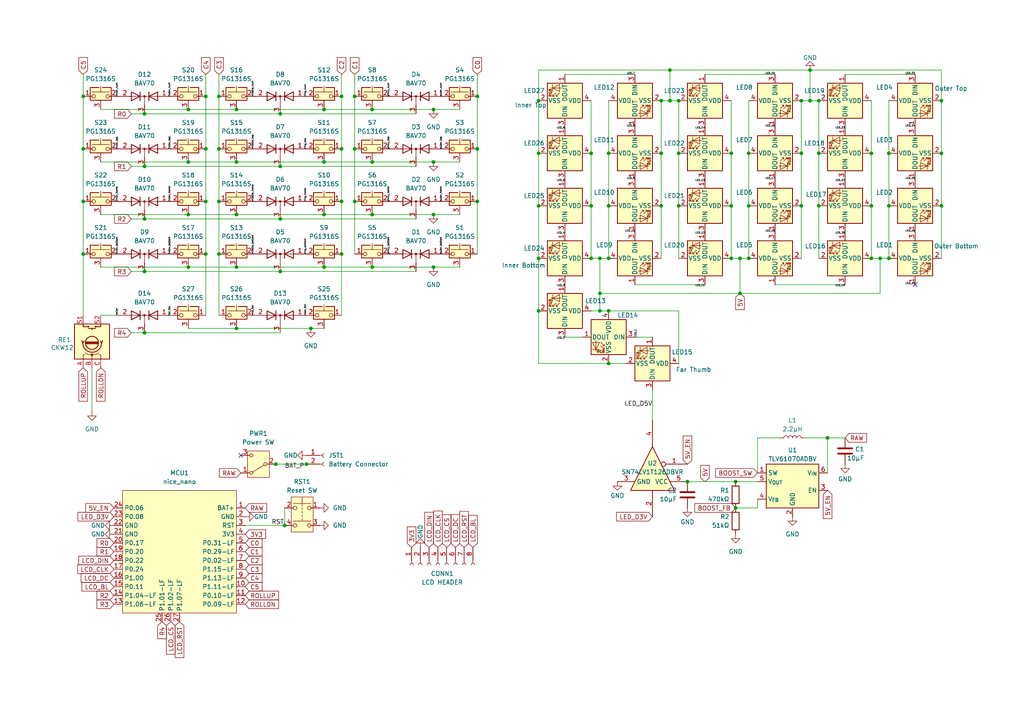
<source format=kicad_sch>
(kicad_sch (version 20250114) (generator "eeschema") (generator_version "9.0")
  (paper "A4")
  (junction (at 107.95 31.75))
  (junction (at 232.41 44.45))
  (junction (at 81.28 78.74))
  (junction (at 217.17 44.45))
  (junction (at 213.36 147.32))
  (junction (at 171.45 74.93))
  (junction (at 257.81 59.69))
  (junction (at 176.53 105.41))
  (junction (at 59.69 43.18))
  (junction (at 99.06 27.94))
  (junction (at 82.55 152.4))
  (junction (at 93.98 31.75))
  (junction (at 88.9 134.62))
  (junction (at 252.73 44.45))
  (junction (at 234.95 29.21))
  (junction (at 93.98 46.99))
  (junction (at 41.91 78.74))
  (junction (at 93.98 77.47))
  (junction (at 59.69 27.94))
  (junction (at 107.95 46.99))
  (junction (at 237.49 59.69))
  (junction (at 255.27 74.93))
  (junction (at 176.53 59.69))
  (junction (at 252.73 59.69))
  (junction (at 214.63 74.93))
  (junction (at 54.61 62.23))
  (junction (at 93.98 62.23))
  (junction (at 24.13 43.18))
  (junction (at 41.91 48.26))
  (junction (at 99.06 58.42))
  (junction (at 81.28 48.26))
  (junction (at 191.77 44.45))
  (junction (at 41.91 33.02))
  (junction (at 212.09 59.69))
  (junction (at 196.85 59.69))
  (junction (at 212.09 74.93))
  (junction (at 176.53 44.45))
  (junction (at 41.91 96.52))
  (junction (at 196.85 29.21))
  (junction (at 194.31 20.32))
  (junction (at 107.95 62.23))
  (junction (at 99.06 73.66))
  (junction (at 107.95 77.47))
  (junction (at 273.05 44.45))
  (junction (at 90.17 95.25))
  (junction (at 138.43 43.18))
  (junction (at 191.77 29.21))
  (junction (at 240.03 127))
  (junction (at 102.87 58.42))
  (junction (at 217.17 74.93))
  (junction (at 99.06 43.18))
  (junction (at 59.69 73.66))
  (junction (at 273.05 59.69))
  (junction (at 80.01 134.62))
  (junction (at 54.61 77.47))
  (junction (at 252.73 74.93))
  (junction (at 257.81 74.93))
  (junction (at 102.87 27.94))
  (junction (at 68.58 77.47))
  (junction (at 41.91 63.5))
  (junction (at 24.13 73.66))
  (junction (at 138.43 27.94))
  (junction (at 196.85 44.45))
  (junction (at 81.28 33.02))
  (junction (at 125.73 62.23))
  (junction (at 237.49 44.45))
  (junction (at 81.28 63.5))
  (junction (at 68.58 31.75))
  (junction (at 213.36 139.7))
  (junction (at 125.73 77.47))
  (junction (at 194.31 29.21))
  (junction (at 156.21 74.93))
  (junction (at 176.53 90.17))
  (junction (at 54.61 31.75))
  (junction (at 212.09 44.45))
  (junction (at 156.21 59.69))
  (junction (at 125.73 31.75))
  (junction (at 232.41 29.21))
  (junction (at 138.43 58.42))
  (junction (at 59.69 58.42))
  (junction (at 63.5 58.42))
  (junction (at 273.05 29.21))
  (junction (at 156.21 90.17))
  (junction (at 68.58 46.99))
  (junction (at 24.13 58.42))
  (junction (at 234.95 20.32))
  (junction (at 173.99 90.17))
  (junction (at 171.45 44.45))
  (junction (at 199.39 139.7))
  (junction (at 63.5 73.66))
  (junction (at 217.17 59.69))
  (junction (at 191.77 59.69))
  (junction (at 171.45 59.69))
  (junction (at 102.87 43.18))
  (junction (at 173.99 85.09))
  (junction (at 68.58 62.23))
  (junction (at 176.53 74.93))
  (junction (at 173.99 74.93))
  (junction (at 63.5 27.94))
  (junction (at 24.13 27.94))
  (junction (at 232.41 59.69))
  (junction (at 257.81 44.45))
  (junction (at 125.73 46.99))
  (junction (at 214.63 85.09))
  (junction (at 63.5 43.18))
  (junction (at 68.58 95.25))
  (junction (at 156.21 44.45))
  (junction (at 156.21 29.21))
  (junction (at 54.61 46.99))
  (junction (at 237.49 29.21))
  (no_connect (at 265.43 82.55))
  (no_connect (at 69.85 132.08))
  (wire (pts (xy 226.06 127) (xy 219.71 127)))
  (wire (pts (xy 156.21 59.69) (xy 156.21 74.93)))
  (wire (pts (xy 120.65 48.26) (xy 81.28 48.26)))
  (wire (pts (xy 173.99 90.17) (xy 171.45 90.17)))
  (wire (pts (xy 78.74 134.62) (xy 80.01 134.62)))
  (wire (pts (xy 173.99 85.09) (xy 173.99 74.93)))
  (wire (pts (xy 120.65 63.5) (xy 81.28 63.5)))
  (wire (pts (xy 240.03 127) (xy 233.68 127)))
  (wire (pts (xy 71.12 152.4) (xy 82.55 152.4)))
  (wire (pts (xy 59.69 58.42) (xy 59.69 73.66)))
  (wire (pts (xy 257.81 44.45) (xy 257.81 59.69)))
  (wire (pts (xy 38.1 78.74) (xy 41.91 78.74)))
  (wire (pts (xy 234.95 29.21) (xy 237.49 29.21)))
  (wire (pts (xy 214.63 85.09) (xy 214.63 74.93)))
  (wire (pts (xy 245.11 127) (xy 240.03 127)))
  (wire (pts (xy 212.09 59.69) (xy 212.09 74.93)))
  (wire (pts (xy 120.65 33.02) (xy 81.28 33.02)))
  (wire (pts (xy 38.1 96.52) (xy 41.91 96.52)))
  (wire (pts (xy 41.91 96.52) (xy 81.28 96.52)))
  (wire (pts (xy 265.43 21.59) (xy 245.11 21.59)))
  (wire (pts (xy 168.91 97.79) (xy 163.83 97.79)))
  (wire (pts (xy 125.73 62.23) (xy 107.95 62.23)))
  (wire (pts (xy 214.63 74.93) (xy 217.17 74.93)))
  (wire (pts (xy 196.85 59.69) (xy 196.85 44.45)))
  (wire (pts (xy 54.61 62.23) (xy 29.21 62.23)))
  (wire (pts (xy 54.61 46.99) (xy 29.21 46.99)))
  (wire (pts (xy 24.13 73.66) (xy 24.13 91.44)))
  (wire (pts (xy 156.21 74.93) (xy 156.21 90.17)))
  (wire (pts (xy 102.87 27.94) (xy 102.87 43.18)))
  (wire (pts (xy 93.98 77.47) (xy 68.58 77.47)))
  (wire (pts (xy 176.53 44.45) (xy 176.53 59.69)))
  (wire (pts (xy 232.41 74.93) (xy 232.41 59.69)))
  (wire (pts (xy 184.15 21.59) (xy 163.83 21.59)))
  (wire (pts (xy 99.06 73.66) (xy 99.06 91.44)))
  (wire (pts (xy 63.5 21.59) (xy 63.5 27.94)))
  (wire (pts (xy 59.69 27.94) (xy 59.69 43.18)))
  (wire (pts (xy 82.55 147.32) (xy 82.55 152.4)))
  (wire (pts (xy 176.53 59.69) (xy 176.53 74.93)))
  (wire (pts (xy 99.06 43.18) (xy 99.06 58.42)))
  (wire (pts (xy 156.21 105.41) (xy 176.53 105.41)))
  (wire (pts (xy 93.98 31.75) (xy 68.58 31.75)))
  (wire (pts (xy 133.35 62.23) (xy 125.73 62.23)))
  (wire (pts (xy 63.5 73.66) (xy 63.5 91.44)))
  (wire (pts (xy 99.06 27.94) (xy 99.06 43.18)))
  (wire (pts (xy 90.17 95.25) (xy 68.58 95.25)))
  (wire (pts (xy 219.71 139.7) (xy 213.36 139.7)))
  (wire (pts (xy 125.73 77.47) (xy 107.95 77.47)))
  (wire (pts (xy 212.09 29.21) (xy 212.09 44.45)))
  (wire (pts (xy 217.17 44.45) (xy 217.17 59.69)))
  (wire (pts (xy 194.31 29.21) (xy 191.77 29.21)))
  (wire (pts (xy 240.03 127) (xy 240.03 137.16)))
  (wire (pts (xy 41.91 48.26) (xy 38.1 48.26)))
  (wire (pts (xy 214.63 85.09) (xy 255.27 85.09)))
  (wire (pts (xy 219.71 127) (xy 219.71 137.16)))
  (wire (pts (xy 252.73 59.69) (xy 252.73 74.93)))
  (wire (pts (xy 232.41 44.45) (xy 232.41 29.21)))
  (wire (pts (xy 217.17 59.69) (xy 217.17 74.93)))
  (wire (pts (xy 237.49 29.21) (xy 237.49 44.45)))
  (wire (pts (xy 99.06 21.59) (xy 99.06 27.94)))
  (wire (pts (xy 81.28 33.02) (xy 41.91 33.02)))
  (wire (pts (xy 92.71 134.62) (xy 88.9 134.62)))
  (wire (pts (xy 138.43 21.59) (xy 138.43 27.94)))
  (wire (pts (xy 54.61 77.47) (xy 29.21 77.47)))
  (wire (pts (xy 125.73 46.99) (xy 107.95 46.99)))
  (wire (pts (xy 107.95 62.23) (xy 93.98 62.23)))
  (wire (pts (xy 213.36 139.7) (xy 199.39 139.7)))
  (wire (pts (xy 107.95 46.99) (xy 93.98 46.99)))
  (wire (pts (xy 133.35 77.47) (xy 125.73 77.47)))
  (wire (pts (xy 156.21 90.17) (xy 156.21 105.41)))
  (wire (pts (xy 255.27 85.09) (xy 255.27 74.93)))
  (wire (pts (xy 80.01 134.62) (xy 88.9 134.62)))
  (wire (pts (xy 99.06 58.42) (xy 99.06 73.66)))
  (wire (pts (xy 156.21 44.45) (xy 156.21 59.69)))
  (wire (pts (xy 68.58 95.25) (xy 54.61 95.25)))
  (wire (pts (xy 138.43 27.94) (xy 138.43 43.18)))
  (wire (pts (xy 133.35 46.99) (xy 125.73 46.99)))
  (wire (pts (xy 234.95 29.21) (xy 232.41 29.21)))
  (wire (pts (xy 176.53 90.17) (xy 173.99 90.17)))
  (wire (pts (xy 41.91 33.02) (xy 38.1 33.02)))
  (wire (pts (xy 138.43 43.18) (xy 138.43 58.42)))
  (wire (pts (xy 219.71 147.32) (xy 213.36 147.32)))
  (wire (pts (xy 189.23 113.03) (xy 189.23 121.92)))
  (wire (pts (xy 196.85 44.45) (xy 196.85 29.21)))
  (wire (pts (xy 59.69 43.18) (xy 59.69 58.42)))
  (wire (pts (xy 171.45 29.21) (xy 171.45 44.45)))
  (wire (pts (xy 196.85 90.17) (xy 176.53 90.17)))
  (wire (pts (xy 38.1 63.5) (xy 41.91 63.5)))
  (wire (pts (xy 234.95 20.32) (xy 234.95 29.21)))
  (wire (pts (xy 191.77 44.45) (xy 191.77 59.69)))
  (wire (pts (xy 29.21 91.44) (xy 34.29 91.44)))
  (wire (pts (xy 255.27 74.93) (xy 257.81 74.93)))
  (wire (pts (xy 196.85 29.21) (xy 194.31 29.21)))
  (wire (pts (xy 237.49 59.69) (xy 237.49 74.93)))
  (wire (pts (xy 224.79 21.59) (xy 204.47 21.59)))
  (wire (pts (xy 196.85 105.41) (xy 196.85 90.17)))
  (wire (pts (xy 252.73 29.21) (xy 252.73 44.45)))
  (wire (pts (xy 189.23 97.79) (xy 184.15 97.79)))
  (wire (pts (xy 176.53 29.21) (xy 176.53 44.45)))
  (wire (pts (xy 63.5 27.94) (xy 63.5 43.18)))
  (wire (pts (xy 219.71 144.78) (xy 219.71 147.32)))
  (wire (pts (xy 245.11 82.55) (xy 224.79 82.55)))
  (wire (pts (xy 181.61 105.41) (xy 176.53 105.41)))
  (wire (pts (xy 273.05 44.45) (xy 273.05 59.69)))
  (wire (pts (xy 171.45 59.69) (xy 171.45 74.93)))
  (wire (pts (xy 102.87 43.18) (xy 102.87 58.42)))
  (wire (pts (xy 214.63 85.09) (xy 173.99 85.09)))
  (wire (pts (xy 191.77 59.69) (xy 191.77 74.93)))
  (wire (pts (xy 176.53 74.93) (xy 173.99 74.93)))
  (wire (pts (xy 26.67 119.38) (xy 26.67 106.68)))
  (wire (pts (xy 93.98 62.23) (xy 68.58 62.23)))
  (wire (pts (xy 107.95 77.47) (xy 93.98 77.47)))
  (wire (pts (xy 156.21 29.21) (xy 156.21 20.32)))
  (wire (pts (xy 196.85 74.93) (xy 196.85 59.69)))
  (wire (pts (xy 24.13 27.94) (xy 24.13 43.18)))
  (wire (pts (xy 68.58 77.47) (xy 54.61 77.47)))
  (wire (pts (xy 24.13 21.59) (xy 24.13 27.94)))
  (wire (pts (xy 212.09 44.45) (xy 212.09 59.69)))
  (wire (pts (xy 191.77 29.21) (xy 191.77 44.45)))
  (wire (pts (xy 68.58 46.99) (xy 54.61 46.99)))
  (wire (pts (xy 237.49 44.45) (xy 237.49 59.69)))
  (wire (pts (xy 63.5 43.18) (xy 63.5 58.42)))
  (wire (pts (xy 257.81 29.21) (xy 257.81 44.45)))
  (wire (pts (xy 102.87 21.59) (xy 102.87 27.94)))
  (wire (pts (xy 68.58 62.23) (xy 54.61 62.23)))
  (wire (pts (xy 257.81 59.69) (xy 257.81 74.93)))
  (wire (pts (xy 273.05 59.69) (xy 273.05 74.93)))
  (wire (pts (xy 217.17 29.21) (xy 217.17 44.45)))
  (wire (pts (xy 81.28 63.5) (xy 41.91 63.5)))
  (wire (pts (xy 194.31 29.21) (xy 194.31 20.32)))
  (wire (pts (xy 173.99 74.93) (xy 171.45 74.93)))
  (wire (pts (xy 81.28 48.26) (xy 41.91 48.26)))
  (wire (pts (xy 24.13 58.42) (xy 24.13 73.66)))
  (wire (pts (xy 24.13 43.18) (xy 24.13 58.42)))
  (wire (pts (xy 107.95 31.75) (xy 93.98 31.75)))
  (wire (pts (xy 232.41 59.69) (xy 232.41 44.45)))
  (wire (pts (xy 234.95 20.32) (xy 194.31 20.32)))
  (wire (pts (xy 93.98 46.99) (xy 68.58 46.99)))
  (wire (pts (xy 138.43 58.42) (xy 138.43 73.66)))
  (wire (pts (xy 68.58 31.75) (xy 54.61 31.75)))
  (wire (pts (xy 252.73 44.45) (xy 252.73 59.69)))
  (wire (pts (xy 173.99 85.09) (xy 173.99 90.17)))
  (wire (pts (xy 273.05 20.32) (xy 273.05 29.21)))
  (wire (pts (xy 204.47 82.55) (xy 184.15 82.55)))
  (wire (pts (xy 59.69 73.66) (xy 59.69 91.44)))
  (wire (pts (xy 156.21 29.21) (xy 156.21 44.45)))
  (wire (pts (xy 81.28 78.74) (xy 41.91 78.74)))
  (wire (pts (xy 212.09 74.93) (xy 214.63 74.93)))
  (wire (pts (xy 125.73 31.75) (xy 107.95 31.75)))
  (wire (pts (xy 102.87 58.42) (xy 102.87 73.66)))
  (wire (pts (xy 273.05 29.21) (xy 273.05 44.45)))
  (wire (pts (xy 63.5 58.42) (xy 63.5 73.66)))
  (wire (pts (xy 59.69 21.59) (xy 59.69 27.94)))
  (wire (pts (xy 234.95 20.32) (xy 273.05 20.32)))
  (wire (pts (xy 120.65 78.74) (xy 81.28 78.74)))
  (wire (pts (xy 171.45 44.45) (xy 171.45 59.69)))
  (wire (pts (xy 54.61 31.75) (xy 29.21 31.75)))
  (wire (pts (xy 93.98 95.25) (xy 90.17 95.25)))
  (wire (pts (xy 252.73 74.93) (xy 255.27 74.93)))
  (wire (pts (xy 156.21 20.32) (xy 194.31 20.32)))
  (wire (pts (xy 133.35 31.75) (xy 125.73 31.75)))
  (label "LED_1" (at 184.15 97.79 90) (effects (font (size 0.5 0.5))))
  (label "inner_num" (at 34.29 27.94 90) (effects (font (size 0.5 0.5))))
  (label "middle_bottom" (at 73.66 73.66 90) (effects (font (size 0.5 0.5))))
  (label "middle_home" (at 73.66 58.42 90) (effects (font (size 0.5 0.5))))
  (label "LED_8" (at 184.15 36.83 180) (effects (font (size 0.5 0.5))))
  (label "inner_bottom" (at 34.29 73.66 90) (effects (font (size 0.5 0.5))))
  (label "LED_26" (at 265.43 67.31 180) (effects (font (size 0.5 0.5))))
  (label "LED_11" (at 204.47 82.55 180) (effects (font (size 0.5 0.5))))
  (label "LED_10" (at 184.15 67.31 180) (effects (font (size 0.5 0.5))))
  (label "LED_15" (at 224.79 21.59 180) (effects (font (size 0.5 0.5))))
  (label "far_fan" (at 49.53 91.44 90) (effects (font (size 0.5 0.5))))
  (label "outer_num" (at 128.27 27.94 90) (effects (font (size 0.5 0.5))))
  (label "pinky_num" (at 113.03 27.94 90) (effects (font (size 0.5 0.5))))
  (label "index_top" (at 49.53 43.18 90) (effects (font (size 0.5 0.5))))
  (label "LED_19" (at 245.11 82.55 180) (effects (font (size 0.5 0.5))))
  (label "pinky_home" (at 113.03 58.42 90) (effects (font (size 0.5 0.5))))
  (label "pinky_top" (at 113.03 43.18 90) (effects (font (size 0.5 0.5))))
  (label "outer_home" (at 128.27 58.42 90) (effects (font (size 0.5 0.5))))
  (label "ring_top" (at 88.9 43.18 90) (effects (font (size 0.5 0.5))))
  (label "LED_9" (at 184.15 52.07 180) (effects (font (size 0.5 0.5))))
  (label "LED_2" (at 163.83 97.79 180) (effects (font (size 0.5 0.5))))
  (label "LED_21" (at 245.11 52.07 180) (effects (font (size 0.5 0.5))))
  (label "outer_top" (at 128.27 43.18 90) (effects (font (size 0.5 0.5))))
  (label "LED_27" (at 265.43 82.55 180) (effects (font (size 0.5 0.5))))
  (label "ring_bottom" (at 88.9 73.66 90) (effects (font (size 0.5 0.5))))
  (label "inner_home" (at 34.29 58.42 90) (effects (font (size 0.5 0.5))))
  (label "LED_12" (at 204.47 67.31 180) (effects (font (size 0.5 0.5))))
  (label "middle_num" (at 73.66 27.94 90) (effects (font (size 0.5 0.5))))
  (label "LED_14" (at 204.47 36.83 180) (effects (font (size 0.5 0.5))))
  (label "LED_13" (at 204.47 52.07 180) (effects (font (size 0.5 0.5))))
  (label "LED_23" (at 265.43 21.59 180) (effects (font (size 0.5 0.5))))
  (label "LED_25" (at 265.43 52.07 180) (effects (font (size 0.5 0.5))))
  (label "BAT_P" (at 82.55 134.62 0))
  (label "LED_5" (at 163.83 52.07 180) (effects (font (size 0.5 0.5))))
  (label "pinky_bottom" (at 113.03 73.66 90) (effects (font (size 0.5 0.5))))
  (label "index_bottom" (at 49.53 73.66 90) (effects (font (size 0.5 0.5))))
  (label "ring_num" (at 88.9 27.94 90) (effects (font (size 0.5 0.5))))
  (label "LED_17" (at 224.79 52.07 180) (effects (font (size 0.5 0.5))))
  (label "LED_20" (at 245.11 67.31 180) (effects (font (size 0.5 0.5))))
  (label "near_fan" (at 88.9 91.44 90) (effects (font (size 0.5 0.5))))
  (label "roller" (at 34.29 91.44 90) (effects (font (size 0.5 0.5))))
  (label "LED_7" (at 184.15 21.59 180) (effects (font (size 0.5 0.5))))
  (label "RST" (at 78.74 152.4 0))
  (label "outer_bottom" (at 128.27 73.66 90) (effects (font (size 0.5 0.5))))
  (label "index_home" (at 49.53 58.42 90) (effects (font (size 0.5 0.5))))
  (label "middle_top" (at 73.66 43.18 90) (effects (font (size 0.5 0.5))))
  (label "ring_home" (at 88.9 58.42 90) (effects (font (size 0.5 0.5))))
  (label "LED_22" (at 245.11 36.83 180) (effects (font (size 0.5 0.5))))
  (label "mid_fan" (at 73.66 91.44 90) (effects (font (size 0.5 0.5))))
  (label "LED_4" (at 163.83 67.31 180) (effects (font (size 0.5 0.5))))
  (label "LED_D5V" (at 189.23 118.11 180))
  (label "inner_top" (at 34.29 43.18 90) (effects (font (size 0.5 0.5))))
  (label "LED_18" (at 224.79 67.31 180) (effects (font (size 0.5 0.5))))
  (label "LED_3" (at 163.83 82.55 180) (effects (font (size 0.5 0.5))))
  (label "LED_24" (at 265.43 36.83 180) (effects (font (size 0.5 0.5))))
  (label "index_num" (at 49.53 27.94 90) (effects (font (size 0.5 0.5))))
  (label "LED_6" (at 163.83 36.83 180) (effects (font (size 0.5 0.5))))
  (label "LED_16" (at 224.79 36.83 180) (effects (font (size 0.5 0.5))))
  (global_label "3V3" (shape input) (at 71.12 154.94 0) (property "Intersheetrefs" "${INTERSHEET_REFS}" (effects (hide yes))))
  (global_label "R3" (shape input) (at 33.02 175.26 180) (property "Intersheetrefs" "${INTERSHEET_REFS}" (effects (hide yes))))
  (global_label "LED_D3V" (shape input) (at 33.02 149.86 180) (property "Intersheetrefs" "${INTERSHEET_REFS}" (effects (hide yes))))
  (global_label "R0" (shape input) (at 33.02 157.48 180) (property "Intersheetrefs" "${INTERSHEET_REFS}" (effects (hide yes))))
  (global_label "LCD_CLK" (shape input) (at 33.02 165.1 180) (property "Intersheetrefs" "${INTERSHEET_REFS}" (effects (hide yes))))
  (global_label "BOOST_FB" (shape input) (at 213.36 147.32 180) (property "Intersheetrefs" "${INTERSHEET_REFS}" (effects (hide yes))))
  (global_label "LCD_DIN" (shape input) (at 124.46 158.75 90) (property "Intersheetrefs" "${INTERSHEET_REFS}" (effects (hide yes))))
  (global_label "LCD_RST" (shape input) (at 134.62 158.75 90) (property "Intersheetrefs" "${INTERSHEET_REFS}" (effects (hide yes))))
  (global_label "C2" (shape input) (at 71.12 162.56 0) (property "Intersheetrefs" "${INTERSHEET_REFS}" (effects (hide yes))))
  (global_label "C4" (shape input) (at 59.69 21.59 90) (property "Intersheetrefs" "${INTERSHEET_REFS}" (effects (hide yes))))
  (global_label "C3" (shape input) (at 63.5 21.59 90) (property "Intersheetrefs" "${INTERSHEET_REFS}" (effects (hide yes))))
  (global_label "R1" (shape input) (at 33.02 160.02 180) (property "Intersheetrefs" "${INTERSHEET_REFS}" (effects (hide yes))))
  (global_label "R4" (shape input) (at 46.99 180.34 270) (property "Intersheetrefs" "${INTERSHEET_REFS}" (effects (hide yes))))
  (global_label "3V3" (shape input) (at 119.38 158.75 90) (property "Intersheetrefs" "${INTERSHEET_REFS}" (effects (hide yes))))
  (global_label "ROLLDN" (shape input) (at 71.12 175.26 0) (property "Intersheetrefs" "${INTERSHEET_REFS}" (effects (hide yes))))
  (global_label "R2" (shape input) (at 38.1 63.5 180) (property "Intersheetrefs" "${INTERSHEET_REFS}" (effects (hide yes))))
  (global_label "LCD_CLK" (shape input) (at 127 158.75 90) (property "Intersheetrefs" "${INTERSHEET_REFS}" (effects (hide yes))))
  (global_label "C3" (shape input) (at 71.12 165.1 0) (property "Intersheetrefs" "${INTERSHEET_REFS}" (effects (hide yes))))
  (global_label "5V_EN" (shape input) (at 240.03 142.24 270) (property "Intersheetrefs" "${INTERSHEET_REFS}" (effects (hide yes))))
  (global_label "R4" (shape input) (at 38.1 96.52 180) (property "Intersheetrefs" "${INTERSHEET_REFS}" (effects (hide yes))))
  (global_label "RAW" (shape input) (at 245.11 127 0) (property "Intersheetrefs" "${INTERSHEET_REFS}" (effects (hide yes))))
  (global_label "ROLLUP" (shape input) (at 71.12 172.72 0) (property "Intersheetrefs" "${INTERSHEET_REFS}" (effects (hide yes))))
  (global_label "5V_EN" (shape input) (at 33.02 147.32 180) (property "Intersheetrefs" "${INTERSHEET_REFS}" (effects (hide yes))))
  (global_label "BOOST_SW" (shape input) (at 219.71 137.16 180) (property "Intersheetrefs" "${INTERSHEET_REFS}" (effects (hide yes))))
  (global_label "LCD_BL" (shape input) (at 33.02 170.18 180) (property "Intersheetrefs" "${INTERSHEET_REFS}" (effects (hide yes))))
  (global_label "LCD_BL" (shape input) (at 137.16 158.75 90) (property "Intersheetrefs" "${INTERSHEET_REFS}" (effects (hide yes))))
  (global_label "C2" (shape input) (at 99.06 21.59 90) (property "Intersheetrefs" "${INTERSHEET_REFS}" (effects (hide yes))))
  (global_label "R1" (shape input) (at 38.1 48.26 180) (property "Intersheetrefs" "${INTERSHEET_REFS}" (effects (hide yes))))
  (global_label "C0" (shape input) (at 71.12 157.48 0) (property "Intersheetrefs" "${INTERSHEET_REFS}" (effects (hide yes))))
  (global_label "RAW" (shape input) (at 71.12 147.32 0) (property "Intersheetrefs" "${INTERSHEET_REFS}" (effects (hide yes))))
  (global_label "R3" (shape input) (at 38.1 78.74 180) (property "Intersheetrefs" "${INTERSHEET_REFS}" (effects (hide yes))))
  (global_label "5V" (shape input) (at 214.63 85.09 270) (property "Intersheetrefs" "${INTERSHEET_REFS}" (effects (hide yes))))
  (global_label "ROLLUP" (shape input) (at 24.13 106.68 270) (property "Intersheetrefs" "${INTERSHEET_REFS}" (effects (hide yes))))
  (global_label "LED_D3V" (shape input) (at 189.23 149.86 180) (property "Intersheetrefs" "${INTERSHEET_REFS}" (effects (hide yes))))
  (global_label "C4" (shape input) (at 71.12 167.64 0) (property "Intersheetrefs" "${INTERSHEET_REFS}" (effects (hide yes))))
  (global_label "ROLLDN" (shape input) (at 29.21 106.68 270) (property "Intersheetrefs" "${INTERSHEET_REFS}" (effects (hide yes))))
  (global_label "C5" (shape input) (at 71.12 170.18 0) (property "Intersheetrefs" "${INTERSHEET_REFS}" (effects (hide yes))))
  (global_label "C5" (shape input) (at 24.13 21.59 90) (property "Intersheetrefs" "${INTERSHEET_REFS}" (effects (hide yes))))
  (global_label "LCD_DC" (shape input) (at 132.08 158.75 90) (property "Intersheetrefs" "${INTERSHEET_REFS}" (effects (hide yes))))
  (global_label "RAW" (shape input) (at 69.85 137.16 180) (property "Intersheetrefs" "${INTERSHEET_REFS}" (effects (hide yes))))
  (global_label "R2" (shape input) (at 33.02 172.72 180) (property "Intersheetrefs" "${INTERSHEET_REFS}" (effects (hide yes))))
  (global_label "LCD_DC" (shape input) (at 33.02 167.64 180) (property "Intersheetrefs" "${INTERSHEET_REFS}" (effects (hide yes))))
  (global_label "C1" (shape input) (at 102.87 21.59 90) (property "Intersheetrefs" "${INTERSHEET_REFS}" (effects (hide yes))))
  (global_label "C0" (shape input) (at 138.43 21.59 90) (property "Intersheetrefs" "${INTERSHEET_REFS}" (effects (hide yes))))
  (global_label "5V" (shape input) (at 204.47 139.7 90) (property "Intersheetrefs" "${INTERSHEET_REFS}" (effects (hide yes))))
  (global_label "LCD_CS" (shape input) (at 49.53 180.34 270) (property "Intersheetrefs" "${INTERSHEET_REFS}" (effects (hide yes))))
  (global_label "5V_EN" (shape input) (at 199.39 134.62 90) (property "Intersheetrefs" "${INTERSHEET_REFS}" (effects (hide yes))))
  (global_label "C1" (shape input) (at 71.12 160.02 0) (property "Intersheetrefs" "${INTERSHEET_REFS}" (effects (hide yes))))
  (global_label "R0" (shape input) (at 38.1 33.02 180) (property "Intersheetrefs" "${INTERSHEET_REFS}" (effects (hide yes))))
  (global_label "LCD_DIN" (shape input) (at 33.02 162.56 180) (property "Intersheetrefs" "${INTERSHEET_REFS}" (effects (hide yes))))
  (global_label "LCD_RST" (shape input) (at 52.07 180.34 270) (property "Intersheetrefs" "${INTERSHEET_REFS}" (effects (hide yes))))
  (global_label "LCD_CS" (shape input) (at 129.54 158.75 90) (property "Intersheetrefs" "${INTERSHEET_REFS}" (effects (hide yes))))
  (symbol (lib_id "Diode:BAV70") (at 81.28 43.18 0) (mirror y) (unit 1)
    (property "Reference" "D7" (at 81.28 36.83 0))
    (property "Value" "BAV70" (at 81.28 39.37 0))
    (property "Footprint" "BAV70 SOT23" (effects (hide yes)))
    (property "Datasheet" "https://assets.nexperia.com/documents/data-sheet/BAV70_SER.pdf" (effects (hide yes)))
    (property "Description" "Dual 100V 215mA high-speed switching diodes, common cathode, SOT-23" (effects (hide yes)))
  )
  (symbol (lib_id "Device:L") (at 229.87 127 270) (mirror x) (unit 1)
    (property "Reference" "L1" (at 229.87 121.92 90))
    (property "Value" "2.2μH" (at 229.87 124.46 90))
    (property "Footprint" "huntercook:L_CJIANG_FTC404030S_4.1x4.1x3.0_SMD" (effects (hide yes)))
    (property "Description" "Inductor" (effects (hide yes)))
  )
  (symbol (lib_id "Diode:BAV70") (at 120.65 27.94 0) (mirror y) (unit 1)
    (property "Reference" "D4" (at 120.65 21.59 0))
    (property "Value" "BAV70" (at 120.65 24.13 0))
    (property "Footprint" "BAV70 SOT23" (effects (hide yes)))
    (property "Datasheet" "https://assets.nexperia.com/documents/data-sheet/BAV70_SER.pdf" (effects (hide yes)))
    (property "Description" "Dual 100V 215mA high-speed switching diodes, common cathode, SOT-23" (effects (hide yes)))
  )
  (symbol (lib_id "Diode:BAV70") (at 41.91 73.66 0) (mirror y) (unit 1)
    (property "Reference" "D9" (at 41.91 67.31 0))
    (property "Value" "BAV70" (at 41.91 69.85 0))
    (property "Footprint" "BAV70 SOT23" (effects (hide yes)))
    (property "Datasheet" "https://assets.nexperia.com/documents/data-sheet/BAV70_SER.pdf" (effects (hide yes)))
    (property "Description" "Dual 100V 215mA high-speed switching diodes, common cathode, SOT-23" (effects (hide yes)))
  )
  (symbol (lib_id "LED:WS2812B-2020") (at 204.47 59.69 270) (mirror x) (unit 1)
    (property "Reference" "LED21" (at 195.58 56.7846 90))
    (property "Value" "WS2812B-2020" (effects (hide yes)))
    (property "Footprint" "LED_WS2812B-2020_PLCC4_2.0x2.0mm" (effects (hide yes)))
    (property "Datasheet" "https://cdn-shop.adafruit.com/product-files/4684/4684_WS2812B-2020_V1.3_EN.pdf" (effects (hide yes)))
    (property "Description" "RGB LED with integrated controller, 2.0 x 2.0 mm, 12 mA" (effects (hide yes)))
  )
  (symbol (lib_id "LED:WS2812B-2020") (at 224.79 59.69 90) (mirror x) (unit 1)
    (property "Reference" "LED6" (at 215.9 55.8098 90))
    (property "Value" "WS2812B-2020" (effects (hide yes)))
    (property "Footprint" "LED_WS2812B-2020_PLCC4_2.0x2.0mm" (effects (hide yes)))
    (property "Datasheet" "https://cdn-shop.adafruit.com/product-files/4684/4684_WS2812B-2020_V1.3_EN.pdf" (effects (hide yes)))
    (property "Description" "RGB LED with integrated controller, 2.0 x 2.0 mm, 12 mA" (effects (hide yes)))
  )
  (symbol (lib_id "LED:WS2812B-2020") (at 204.47 29.21 270) (mirror x) (unit 1)
    (property "Reference" "LED23" (at 195.58 26.3046 90))
    (property "Value" "WS2812B-2020" (effects (hide yes)))
    (property "Footprint" "LED_WS2812B-2020_PLCC4_2.0x2.0mm" (effects (hide yes)))
    (property "Datasheet" "https://cdn-shop.adafruit.com/product-files/4684/4684_WS2812B-2020_V1.3_EN.pdf" (effects (hide yes)))
    (property "Description" "RGB LED with integrated controller, 2.0 x 2.0 mm, 12 mA" (effects (hide yes)))
  )
  (symbol (lib_id "huntercooh:PG1316S") (at 107.95 43.18 0) (unit 1)
    (property "Reference" "S7" (at 107.95 35.56 0))
    (property "Value" "PG1316S" (at 107.95 38.1 0))
    (property "Footprint" "PG1316S" (effects (hide yes)))
    (property "Description" "Kailh PG1316S ultra-low-profile keyswitch" (effects (hide yes)))
  )
  (symbol (lib_id "huntercooh:PG1316S") (at 29.21 43.18 0) (unit 1)
    (property "Reference" "S23" (at 29.21 35.56 0))
    (property "Value" "PG1316S" (at 29.21 38.1 0))
    (property "Footprint" "PG1316S" (effects (hide yes)))
    (property "Description" "Kailh PG1316S ultra-low-profile keyswitch" (effects (hide yes)))
  )
  (symbol (lib_id "huntercooh:PG1316S") (at 29.21 73.66 0) (unit 1)
    (property "Reference" "S21" (at 29.21 66.04 0))
    (property "Value" "PG1316S" (at 29.21 68.58 0))
    (property "Footprint" "PG1316S" (effects (hide yes)))
    (property "Description" "Kailh PG1316S ultra-low-profile keyswitch" (effects (hide yes)))
  )
  (symbol (lib_id "LED:WS2812B-2020") (at 265.43 29.21 90) (mirror x) (unit 1)
    (property "Reference" "LED4" (at 256.54 25.3298 90))
    (property "Value" "Outer Top" (at 275.844 25.654 90))
    (property "Footprint" "LED_WS2812B-2020_PLCC4_2.0x2.0mm" (effects (hide yes)))
    (property "Datasheet" "https://cdn-shop.adafruit.com/product-files/4684/4684_WS2812B-2020_V1.3_EN.pdf" (effects (hide yes)))
    (property "Description" "RGB LED with integrated controller, 2.0 x 2.0 mm, 12 mA" (effects (hide yes)))
  )
  (symbol (lib_id "huntercooh:PG1316S") (at 133.35 27.94 0) (mirror y) (unit 1)
    (property "Reference" "S4" (at 133.35 20.32 0))
    (property "Value" "PG1316S" (at 133.35 22.86 0))
    (property "Footprint" "PG1316S" (effects (hide yes)))
    (property "Description" "Kailh PG1316S ultra-low-profile keyswitch" (effects (hide yes)))
  )
  (symbol (lib_id "Connector:Conn_01x02_Socket") (at 93.98 132.08 0) (unit 1)
    (property "Reference" "JST1" (at 95.25 132.0799 0) (effects (justify left)))
    (property "Value" "Battery Connector" (at 95.25 134.6199 0) (effects (justify left)))
    (property "Footprint" "ceoloide:battery_connector_jst_ph_2" (effects (hide yes)))
    (property "Description" "Generic connector, single row, 01x02, script generated" (effects (hide yes)))
  )
  (symbol (lib_id "LED:WS2812B-2020") (at 245.11 29.21 270) (mirror x) (unit 1)
    (property "Reference" "LED19" (at 236.22 26.3046 90))
    (property "Value" "WS2812B-2020" (effects (hide yes)))
    (property "Footprint" "LED_WS2812B-2020_PLCC4_2.0x2.0mm" (effects (hide yes)))
    (property "Datasheet" "https://cdn-shop.adafruit.com/product-files/4684/4684_WS2812B-2020_V1.3_EN.pdf" (effects (hide yes)))
    (property "Description" "RGB LED with integrated controller, 2.0 x 2.0 mm, 12 mA" (effects (hide yes)))
  )
  (symbol (lib_id "power:GND") (at 245.11 134.62 0) (mirror y) (unit 1)
    (property "Reference" "#PWR07" (effects (hide yes)))
    (property "Value" "GND" (at 245.11 138.938 0))
    (property "Description" "Power symbol creates a global label with name \"GND\" , ground" (effects (hide yes)))
  )
  (symbol (lib_id "huntercooh:PG1316S") (at 107.95 27.94 0) (unit 1)
    (property "Reference" "S8" (at 107.95 20.32 0))
    (property "Value" "PG1316S" (at 107.95 22.86 0))
    (property "Footprint" "PG1316S" (effects (hide yes)))
    (property "Description" "Kailh PG1316S ultra-low-profile keyswitch" (effects (hide yes)))
  )
  (symbol (lib_id "power:GND") (at 213.36 154.94 0) (mirror y) (unit 1)
    (property "Reference" "#PWR09" (effects (hide yes)))
    (property "Value" "GND" (at 213.36 160.02 0))
    (property "Description" "Power symbol creates a global label with name \"GND\" , ground" (effects (hide yes)))
  )
  (symbol (lib_id "power:GND") (at 125.73 62.23 0) (mirror y) (unit 1)
    (property "Reference" "#PWR04" (effects (hide yes)))
    (property "Value" "GND" (at 125.73 67.31 0))
    (property "Description" "Power symbol creates a global label with name \"GND\" , ground" (effects (hide yes)))
  )
  (symbol (lib_id "power:GND") (at 179.07 139.7 0) (mirror y) (unit 1)
    (property "Reference" "#PWR011" (effects (hide yes)))
    (property "Value" "GND" (at 179.07 143.764 0))
    (property "Description" "Power symbol creates a global label with name \"GND\" , ground" (effects (hide yes)))
  )
  (symbol (lib_id "power:GND") (at 26.67 119.38 0) (mirror y) (unit 1)
    (property "Reference" "#PWR01" (effects (hide yes)))
    (property "Value" "GND" (at 26.67 124.46 0))
    (property "Description" "Power symbol creates a global label with name \"GND\" , ground" (effects (hide yes)))
  )
  (symbol (lib_id "Device:C") (at 245.11 130.81 0) (mirror y) (unit 1)
    (property "Reference" "C1" (at 250.698 130.302 0) (effects (justify left)))
    (property "Value" "10μF" (at 250.698 132.842 0) (effects (justify left)))
    (property "Footprint" "Capacitor_SMD:C_0603_1608Metric" (effects (hide yes)))
    (property "Description" "Unpolarized capacitor" (effects (hide yes)))
  )
  (symbol (lib_id "LED:WS2812B-2020") (at 204.47 74.93 270) (mirror x) (unit 1)
    (property "Reference" "LED20" (at 195.58 71.12 90))
    (property "Value" "WS2812B-2020" (effects (hide yes)))
    (property "Footprint" "LED_WS2812B-2020_PLCC4_2.0x2.0mm" (effects (hide yes)))
    (property "Datasheet" "https://cdn-shop.adafruit.com/product-files/4684/4684_WS2812B-2020_V1.3_EN.pdf" (effects (hide yes)))
    (property "Description" "RGB LED with integrated controller, 2.0 x 2.0 mm, 12 mA" (effects (hide yes)))
  )
  (symbol (lib_id "Diode:BAV70") (at 41.91 27.94 0) (mirror y) (unit 1)
    (property "Reference" "D12" (at 41.91 21.59 0))
    (property "Value" "BAV70" (at 41.91 24.13 0))
    (property "Footprint" "BAV70 SOT23" (effects (hide yes)))
    (property "Datasheet" "https://assets.nexperia.com/documents/data-sheet/BAV70_SER.pdf" (effects (hide yes)))
    (property "Description" "Dual 100V 215mA high-speed switching diodes, common cathode, SOT-23" (effects (hide yes)))
  )
  (symbol (lib_id "Diode:BAV70") (at 120.65 58.42 0) (mirror y) (unit 1)
    (property "Reference" "D2" (at 120.65 52.07 0))
    (property "Value" "BAV70" (at 120.65 54.61 0))
    (property "Footprint" "BAV70 SOT23" (effects (hide yes)))
    (property "Datasheet" "https://assets.nexperia.com/documents/data-sheet/BAV70_SER.pdf" (effects (hide yes)))
    (property "Description" "Dual 100V 215mA high-speed switching diodes, common cathode, SOT-23" (effects (hide yes)))
  )
  (symbol (lib_id "huntercooh:PG1316S") (at 29.21 58.42 0) (unit 1)
    (property "Reference" "S22" (at 29.21 50.8 0))
    (property "Value" "PG1316S" (at 29.21 53.34 0))
    (property "Footprint" "PG1316S" (effects (hide yes)))
    (property "Description" "Kailh PG1316S ultra-low-profile keyswitch" (effects (hide yes)))
  )
  (symbol (lib_id "huntercooh:PG1316S") (at 54.61 43.18 0) (mirror y) (unit 1)
    (property "Reference" "S19" (at 54.61 35.56 0))
    (property "Value" "PG1316S" (at 54.61 38.1 0))
    (property "Footprint" "PG1316S" (effects (hide yes)))
    (property "Description" "Kailh PG1316S ultra-low-profile keyswitch" (effects (hide yes)))
  )
  (symbol (lib_id "huntercooh:PG1316S") (at 133.35 73.66 0) (mirror y) (unit 1)
    (property "Reference" "S1" (at 133.35 66.04 0))
    (property "Value" "PG1316S" (at 133.35 68.58 0))
    (property "Footprint" "PG1316S" (effects (hide yes)))
    (property "Description" "Kailh PG1316S ultra-low-profile keyswitch" (effects (hide yes)))
  )
  (symbol (lib_id "LED:WS2812B-2020") (at 163.83 90.17 270) (mirror x) (unit 1)
    (property "Reference" "LED13" (at 172.72 87.2646 90))
    (property "Value" "WS2812B-2020" (effects (hide yes)))
    (property "Footprint" "LED_WS2812B-2020_PLCC4_2.0x2.0mm" (effects (hide yes)))
    (property "Datasheet" "https://cdn-shop.adafruit.com/product-files/4684/4684_WS2812B-2020_V1.3_EN.pdf" (effects (hide yes)))
    (property "Description" "RGB LED with integrated controller, 2.0 x 2.0 mm, 12 mA" (effects (hide yes)))
  )
  (symbol (lib_id "LED:WS2812B-2020") (at 245.11 59.69 270) (mirror x) (unit 1)
    (property "Reference" "LED17" (at 236.728 56.388 90))
    (property "Value" "WS2812B-2020" (effects (hide yes)))
    (property "Footprint" "LED_WS2812B-2020_PLCC4_2.0x2.0mm" (effects (hide yes)))
    (property "Datasheet" "https://cdn-shop.adafruit.com/product-files/4684/4684_WS2812B-2020_V1.3_EN.pdf" (effects (hide yes)))
    (property "Description" "RGB LED with integrated controller, 2.0 x 2.0 mm, 12 mA" (effects (hide yes)))
  )
  (symbol (lib_id "LED:WS2812B-2020") (at 265.43 74.93 90) (mirror x) (unit 1)
    (property "Reference" "LED1" (at 256.54 71.0498 90))
    (property "Value" "Outer Bottom" (at 277.368 71.374 90))
    (property "Footprint" "LED_WS2812B-2020_PLCC4_2.0x2.0mm" (effects (hide yes)))
    (property "Datasheet" "https://cdn-shop.adafruit.com/product-files/4684/4684_WS2812B-2020_V1.3_EN.pdf" (effects (hide yes)))
    (property "Description" "RGB LED with integrated controller, 2.0 x 2.0 mm, 12 mA" (effects (hide yes)))
  )
  (symbol (lib_id "power:GND") (at 125.73 46.99 0) (mirror y) (unit 1)
    (property "Reference" "#PWR05" (effects (hide yes)))
    (property "Value" "GND" (at 125.73 52.07 0))
    (property "Description" "Power symbol creates a global label with name \"GND\" , ground" (effects (hide yes)))
  )
  (symbol (lib_id "Diode:BAV70") (at 41.91 91.44 0) (mirror y) (unit 1)
    (property "Reference" "D14" (at 41.91 85.09 0))
    (property "Value" "BAV70" (at 41.91 87.63 0))
    (property "Footprint" "BAV70 SOT23" (effects (hide yes)))
    (property "Datasheet" "https://assets.nexperia.com/documents/data-sheet/BAV70_SER.pdf" (effects (hide yes)))
    (property "Description" "Dual 100V 215mA high-speed switching diodes, common cathode, SOT-23" (effects (hide yes)))
  )
  (symbol (lib_id "LED:WS2812B-2020") (at 245.11 74.93 270) (mirror x) (unit 1)
    (property "Reference" "LED16" (at 236.474 71.374 90))
    (property "Value" "WS2812B-2020" (effects (hide yes)))
    (property "Footprint" "LED_WS2812B-2020_PLCC4_2.0x2.0mm" (effects (hide yes)))
    (property "Datasheet" "https://cdn-shop.adafruit.com/product-files/4684/4684_WS2812B-2020_V1.3_EN.pdf" (effects (hide yes)))
    (property "Description" "RGB LED with integrated controller, 2.0 x 2.0 mm, 12 mA" (effects (hide yes)))
  )
  (symbol (lib_id "huntercooh:PG1316S") (at 54.61 58.42 0) (mirror y) (unit 1)
    (property "Reference" "S18" (at 54.61 50.8 0))
    (property "Value" "PG1316S" (at 54.61 53.34 0))
    (property "Footprint" "PG1316S" (effects (hide yes)))
    (property "Description" "Kailh PG1316S ultra-low-profile keyswitch" (effects (hide yes)))
  )
  (symbol (lib_id "Diode:BAV70") (at 120.65 43.18 0) (mirror y) (unit 1)
    (property "Reference" "D3" (at 120.65 36.83 0))
    (property "Value" "BAV70" (at 120.65 39.37 0))
    (property "Footprint" "BAV70 SOT23" (effects (hide yes)))
    (property "Datasheet" "https://assets.nexperia.com/documents/data-sheet/BAV70_SER.pdf" (effects (hide yes)))
    (property "Description" "Dual 100V 215mA high-speed switching diodes, common cathode, SOT-23" (effects (hide yes)))
  )
  (symbol (lib_id "LED:WS2812B-2020") (at 184.15 59.69 90) (mirror x) (unit 1)
    (property "Reference" "LED10" (at 175.26 55.8098 90))
    (property "Value" "WS2812B-2020" (effects (hide yes)))
    (property "Footprint" "LED_WS2812B-2020_PLCC4_2.0x2.0mm" (effects (hide yes)))
    (property "Datasheet" "https://cdn-shop.adafruit.com/product-files/4684/4684_WS2812B-2020_V1.3_EN.pdf" (effects (hide yes)))
    (property "Description" "RGB LED with integrated controller, 2.0 x 2.0 mm, 12 mA" (effects (hide yes)))
  )
  (symbol (lib_id "LED:WS2812B-2020") (at 245.11 44.45 270) (mirror x) (unit 1)
    (property "Reference" "LED18" (at 236.22 41.5446 90))
    (property "Value" "WS2812B-2020" (effects (hide yes)))
    (property "Footprint" "LED_WS2812B-2020_PLCC4_2.0x2.0mm" (effects (hide yes)))
    (property "Datasheet" "https://cdn-shop.adafruit.com/product-files/4684/4684_WS2812B-2020_V1.3_EN.pdf" (effects (hide yes)))
    (property "Description" "RGB LED with integrated controller, 2.0 x 2.0 mm, 12 mA" (effects (hide yes)))
  )
  (symbol (lib_id "huntercooh:PG1316S") (at 107.95 58.42 0) (unit 1)
    (property "Reference" "S6" (at 107.95 50.8 0))
    (property "Value" "PG1316S" (at 107.95 53.34 0))
    (property "Footprint" "PG1316S" (effects (hide yes)))
    (property "Description" "Kailh PG1316S ultra-low-profile keyswitch" (effects (hide yes)))
  )
  (symbol (lib_id "huntercooh:nice_nano") (at 52.07 161.29 0) (unit 1) (in_bom no)
    (property "Reference" "MCU1" (at 52.07 137.16 0))
    (property "Value" "nice_nano" (at 52.07 139.7 0))
    (property "Footprint" "ceoloide:mcu_nice_nano" (effects (hide yes)))
    (property "Datasheet" "https://nicekeyboards.com/docs/nice-nano/pinout-schematic" (effects (hide yes)))
    (property "Description" "Symbol for an nicekeyboards nice!nano" (effects (hide yes)))
  )
  (symbol (lib_id "LED:WS2812B-2020") (at 163.83 44.45 270) (mirror x) (unit 1)
    (property "Reference" "LED26" (at 154.94 41.5446 90))
    (property "Value" "WS2812B-2020" (effects (hide yes)))
    (property "Footprint" "LED_WS2812B-2020_PLCC4_2.0x2.0mm" (effects (hide yes)))
    (property "Datasheet" "https://cdn-shop.adafruit.com/product-files/4684/4684_WS2812B-2020_V1.3_EN.pdf" (effects (hide yes)))
    (property "Description" "RGB LED with integrated controller, 2.0 x 2.0 mm, 12 mA" (effects (hide yes)))
  )
  (symbol (lib_id "Diode:BAV70") (at 81.28 91.44 0) (mirror y) (unit 1)
    (property "Reference" "D13" (at 81.28 85.09 0))
    (property "Value" "BAV70" (at 81.28 87.63 0))
    (property "Footprint" "BAV70 SOT23" (effects (hide yes)))
    (property "Datasheet" "https://assets.nexperia.com/documents/data-sheet/BAV70_SER.pdf" (effects (hide yes)))
    (property "Description" "Dual 100V 215mA high-speed switching diodes, common cathode, SOT-23" (effects (hide yes)))
  )
  (symbol (lib_id "LED:WS2812B-2020") (at 184.15 44.45 90) (mirror x) (unit 1)
    (property "Reference" "LED11" (at 175.26 40.5698 90))
    (property "Value" "WS2812B-2020" (effects (hide yes)))
    (property "Footprint" "LED_WS2812B-2020_PLCC4_2.0x2.0mm" (effects (hide yes)))
    (property "Datasheet" "https://cdn-shop.adafruit.com/product-files/4684/4684_WS2812B-2020_V1.3_EN.pdf" (effects (hide yes)))
    (property "Description" "RGB LED with integrated controller, 2.0 x 2.0 mm, 12 mA" (effects (hide yes)))
  )
  (symbol (lib_id "LED:WS2812B-2020") (at 184.15 29.21 90) (mirror x) (unit 1)
    (property "Reference" "LED12" (at 175.26 25.3298 90))
    (property "Value" "WS2812B-2020" (effects (hide yes)))
    (property "Footprint" "LED_WS2812B-2020_PLCC4_2.0x2.0mm" (effects (hide yes)))
    (property "Datasheet" "https://cdn-shop.adafruit.com/product-files/4684/4684_WS2812B-2020_V1.3_EN.pdf" (effects (hide yes)))
    (property "Description" "RGB LED with integrated controller, 2.0 x 2.0 mm, 12 mA" (effects (hide yes)))
  )
  (symbol (lib_id "Device:C") (at 199.39 143.51 0) (mirror y) (unit 1)
    (property "Reference" "C2" (at 196.342 142.24 0) (effects (justify left)))
    (property "Value" "10μF" (at 196.342 144.78 0) (effects (justify left)))
    (property "Footprint" "Capacitor_SMD:C_0603_1608Metric" (effects (hide yes)))
    (property "Description" "Unpolarized capacitor" (effects (hide yes)))
  )
  (symbol (lib_id "power:GND") (at 234.95 20.32 0) (mirror x) (unit 1)
    (property "Reference" "#PWR019" (effects (hide yes)))
    (property "Value" "GND" (at 234.95 16.764 0))
    (property "Description" "Power symbol creates a global label with name \"GND\" , ground" (effects (hide yes)))
  )
  (symbol (lib_id "huntercooh:PG1316S") (at 93.98 58.42 0) (mirror y) (unit 1)
    (property "Reference" "S10" (at 93.98 50.8 0))
    (property "Value" "PG1316S" (at 93.98 53.34 0))
    (property "Footprint" "PG1316S" (effects (hide yes)))
    (property "Description" "Kailh PG1316S ultra-low-profile keyswitch" (effects (hide yes)))
  )
  (symbol (lib_id "huntercooh:PG1316S") (at 54.61 27.94 0) (mirror y) (unit 1)
    (property "Reference" "S20" (at 54.61 20.32 0))
    (property "Value" "PG1316S" (at 54.61 22.86 0))
    (property "Footprint" "PG1316S" (effects (hide yes)))
    (property "Description" "Kailh PG1316S ultra-low-profile keyswitch" (effects (hide yes)))
  )
  (symbol (lib_id "huntercooh:PG1316S") (at 68.58 27.94 0) (unit 1)
    (property "Reference" "S16" (at 68.58 20.32 0))
    (property "Value" "PG1316S" (at 68.58 22.86 0))
    (property "Footprint" "PG1316S" (effects (hide yes)))
    (property "Description" "Kailh PG1316S ultra-low-profile keyswitch" (effects (hide yes)))
  )
  (symbol (lib_id "LED:WS2812B-2020") (at 189.23 105.41 270) (mirror x) (unit 1)
    (property "Reference" "LED15" (at 197.866 102.108 90))
    (property "Value" "Far Thumb" (at 201.168 107.188 90))
    (property "Footprint" "LED_WS2812B-2020_PLCC4_2.0x2.0mm" (effects (hide yes)))
    (property "Datasheet" "https://cdn-shop.adafruit.com/product-files/4684/4684_WS2812B-2020_V1.3_EN.pdf" (effects (hide yes)))
    (property "Description" "RGB LED with integrated controller, 2.0 x 2.0 mm, 12 mA" (effects (hide yes)))
  )
  (symbol (lib_id "huntercooh:PG1316S") (at 68.58 91.44 0) (unit 1)
    (property "Reference" "S26" (at 68.58 83.82 0))
    (property "Value" "PG1316S" (at 68.58 86.36 0))
    (property "Footprint" "PG1316S" (effects (hide yes)))
    (property "Description" "Kailh PG1316S ultra-low-profile keyswitch" (effects (hide yes)))
  )
  (symbol (lib_id "power:GND") (at 88.9 132.08 270) (unit 1)
    (property "Reference" "#PWR018" (effects (hide yes)))
    (property "Value" "GND" (at 86.36 132.08 90) (effects (justify right)))
    (property "Description" "Power symbol creates a global label with name \"GND\" , ground" (effects (hide yes)))
  )
  (symbol (lib_id "Diode:BAV70") (at 120.65 73.66 0) (mirror y) (unit 1)
    (property "Reference" "D1" (at 120.65 67.31 0))
    (property "Value" "BAV70" (at 120.65 69.85 0))
    (property "Footprint" "BAV70 SOT23" (effects (hide yes)))
    (property "Datasheet" "https://assets.nexperia.com/documents/data-sheet/BAV70_SER.pdf" (effects (hide yes)))
    (property "Description" "Dual 100V 215mA high-speed switching diodes, common cathode, SOT-23" (effects (hide yes)))
  )
  (symbol (lib_id "Device:R") (at 213.36 151.13 0) (mirror y) (unit 1)
    (property "Reference" "R2" (at 211.582 149.86 0) (effects (justify left)))
    (property "Value" "51kΩ" (at 211.582 152.4 0) (effects (justify left)))
    (property "Footprint" "Resistor_SMD:R_0603_1608Metric" (effects (hide yes)))
    (property "Description" "Resistor" (effects (hide yes)))
  )
  (symbol (lib_id "LED:WS2812B-2020") (at 224.79 44.45 90) (mirror x) (unit 1)
    (property "Reference" "LED7" (at 215.9 40.5698 90))
    (property "Value" "WS2812B-2020" (effects (hide yes)))
    (property "Footprint" "LED_WS2812B-2020_PLCC4_2.0x2.0mm" (effects (hide yes)))
    (property "Datasheet" "https://cdn-shop.adafruit.com/product-files/4684/4684_WS2812B-2020_V1.3_EN.pdf" (effects (hide yes)))
    (property "Description" "RGB LED with integrated controller, 2.0 x 2.0 mm, 12 mA" (effects (hide yes)))
  )
  (symbol (lib_id "huntercooh:PG1316S") (at 68.58 73.66 0) (unit 1)
    (property "Reference" "S13" (at 68.58 66.04 0))
    (property "Value" "PG1316S" (at 68.58 68.58 0))
    (property "Footprint" "PG1316S" (effects (hide yes)))
    (property "Description" "Kailh PG1316S ultra-low-profile keyswitch" (effects (hide yes)))
  )
  (symbol (lib_id "LED:WS2812B-2020") (at 176.53 97.79 0) (mirror y) (unit 1)
    (property "Reference" "LED14" (at 182.118 91.44 0))
    (property "Value" "WS2812B-2020" (effects (hide yes)))
    (property "Footprint" "LED_WS2812B-2020_PLCC4_2.0x2.0mm" (effects (hide yes)))
    (property "Datasheet" "https://cdn-shop.adafruit.com/product-files/4684/4684_WS2812B-2020_V1.3_EN.pdf" (effects (hide yes)))
    (property "Description" "RGB LED with integrated controller, 2.0 x 2.0 mm, 12 mA" (effects (hide yes)))
  )
  (symbol (lib_id "power:GND") (at 121.92 158.75 180) (unit 1)
    (property "Reference" "#PWR021" (effects (hide yes)))
    (property "Value" "GND" (at 121.92 154.178 90))
    (property "Description" "Power symbol creates a global label with name \"GND\" , ground" (effects (hide yes)))
  )
  (symbol (lib_id "Diode:BAV70") (at 41.91 58.42 0) (mirror y) (unit 1)
    (property "Reference" "D10" (at 41.91 52.07 0))
    (property "Value" "BAV70" (at 41.91 54.61 0))
    (property "Footprint" "BAV70 SOT23" (effects (hide yes)))
    (property "Datasheet" "https://assets.nexperia.com/documents/data-sheet/BAV70_SER.pdf" (effects (hide yes)))
    (property "Description" "Dual 100V 215mA high-speed switching diodes, common cathode, SOT-23" (effects (hide yes)))
  )
  (symbol (lib_id "power:GND") (at 90.17 95.25 0) (mirror y) (unit 1)
    (property "Reference" "#PWR02" (effects (hide yes)))
    (property "Value" "GND" (at 90.17 100.33 0))
    (property "Description" "Power symbol creates a global label with name \"GND\" , ground" (effects (hide yes)))
  )
  (symbol (lib_id "power:GND") (at 71.12 149.86 90) (unit 1)
    (property "Reference" "#PWR013" (effects (hide yes)))
    (property "Value" "GND" (at 73.66 149.86 90) (effects (justify right)))
    (property "Description" "Power symbol creates a global label with name \"GND\" , ground" (effects (hide yes)))
  )
  (symbol (lib_id "power:GND") (at 229.87 149.86 0) (mirror y) (unit 1)
    (property "Reference" "#PWR08" (effects (hide yes)))
    (property "Value" "GND" (at 229.87 154.94 0))
    (property "Description" "Power symbol creates a global label with name \"GND\" , ground" (effects (hide yes)))
  )
  (symbol (lib_id "power:GND") (at 199.39 147.32 0) (mirror y) (unit 1)
    (property "Reference" "#PWR010" (effects (hide yes)))
    (property "Value" "GND" (at 199.39 151.384 0))
    (property "Description" "Power symbol creates a global label with name \"GND\" , ground" (effects (hide yes)))
  )
  (symbol (lib_id "Switch:SW_SPDT") (at 74.93 134.62 180) (unit 1)
    (property "Reference" "PWR1" (at 74.93 125.73 0))
    (property "Value" "Power SW" (at 74.93 128.27 0))
    (property "Footprint" "ceoloide:power_switch_smd_side" (effects (hide yes)))
    (property "Description" "Switch, single pole double throw" (effects (hide yes)))
  )
  (symbol (lib_id "LED:WS2812B-2020") (at 224.79 29.21 90) (mirror x) (unit 1)
    (property "Reference" "LED8" (at 215.9 25.3298 90))
    (property "Value" "WS2812B-2020" (effects (hide yes)))
    (property "Footprint" "LED_WS2812B-2020_PLCC4_2.0x2.0mm" (effects (hide yes)))
    (property "Datasheet" "https://cdn-shop.adafruit.com/product-files/4684/4684_WS2812B-2020_V1.3_EN.pdf" (effects (hide yes)))
    (property "Description" "RGB LED with integrated controller, 2.0 x 2.0 mm, 12 mA" (effects (hide yes)))
  )
  (symbol (lib_id "74xGxx:SN74LVC1G125DBV") (at 189.23 134.62 270) (mirror x) (unit 1)
    (property "Reference" "U2" (at 189.23 134.366 90))
    (property "Value" "SN74LV1T126DBVR" (at 189.23 136.906 90))
    (property "Footprint" "Package_TO_SOT_SMD:SOT-23-5" (effects (hide yes)))
    (property "Datasheet" "http://www.ti.com/lit/ds/symlink/sn74lvc1g125.pdf" (effects (hide yes)))
    (property "Description" "Single Buffer Gate Tri-State, Low-Voltage CMOS, SOT-23-5" (effects (hide yes)))
  )
  (symbol (lib_id "LED:WS2812B-2020") (at 204.47 44.45 270) (mirror x) (unit 1)
    (property "Reference" "LED22" (at 195.58 41.5446 90))
    (property "Value" "WS2812B-2020" (effects (hide yes)))
    (property "Footprint" "LED_WS2812B-2020_PLCC4_2.0x2.0mm" (effects (hide yes)))
    (property "Datasheet" "https://cdn-shop.adafruit.com/product-files/4684/4684_WS2812B-2020_V1.3_EN.pdf" (effects (hide yes)))
    (property "Description" "RGB LED with integrated controller, 2.0 x 2.0 mm, 12 mA" (effects (hide yes)))
  )
  (symbol (lib_id "LED:WS2812B-2020") (at 163.83 59.69 270) (mirror x) (unit 1)
    (property "Reference" "LED25" (at 154.94 56.7846 90))
    (property "Value" "WS2812B-2020" (effects (hide yes)))
    (property "Footprint" "LED_WS2812B-2020_PLCC4_2.0x2.0mm" (effects (hide yes)))
    (property "Datasheet" "https://cdn-shop.adafruit.com/product-files/4684/4684_WS2812B-2020_V1.3_EN.pdf" (effects (hide yes)))
    (property "Description" "RGB LED with integrated controller, 2.0 x 2.0 mm, 12 mA" (effects (hide yes)))
  )
  (symbol (lib_id "power:GND") (at 33.02 154.94 270) (unit 1)
    (property "Reference" "#PWR014" (effects (hide yes)))
    (property "Value" "GND" (at 30.48 154.94 90) (effects (justify right)))
    (property "Description" "Power symbol creates a global label with name \"GND\" , ground" (effects (hide yes)))
  )
  (symbol (lib_id "Diode:BAV70") (at 81.28 58.42 0) (mirror y) (unit 1)
    (property "Reference" "D6" (at 81.28 52.07 0))
    (property "Value" "BAV70" (at 81.28 54.61 0))
    (property "Footprint" "BAV70 SOT23" (effects (hide yes)))
    (property "Datasheet" "https://assets.nexperia.com/documents/data-sheet/BAV70_SER.pdf" (effects (hide yes)))
    (property "Description" "Dual 100V 215mA high-speed switching diodes, common cathode, SOT-23" (effects (hide yes)))
  )
  (symbol (lib_id "LED:WS2812B-2020") (at 224.79 74.93 90) (mirror x) (unit 1)
    (property "Reference" "LED5" (at 215.9 71.0498 90))
    (property "Value" "WS2812B-2020" (effects (hide yes)))
    (property "Footprint" "LED_WS2812B-2020_PLCC4_2.0x2.0mm" (effects (hide yes)))
    (property "Datasheet" "https://cdn-shop.adafruit.com/product-files/4684/4684_WS2812B-2020_V1.3_EN.pdf" (effects (hide yes)))
    (property "Description" "RGB LED with integrated controller, 2.0 x 2.0 mm, 12 mA" (effects (hide yes)))
  )
  (symbol (lib_id "Diode:BAV70") (at 81.28 73.66 0) (mirror y) (unit 1)
    (property "Reference" "D5" (at 81.28 67.31 0))
    (property "Value" "BAV70" (at 81.28 69.85 0))
    (property "Footprint" "BAV70 SOT23" (effects (hide yes)))
    (property "Datasheet" "https://assets.nexperia.com/documents/data-sheet/BAV70_SER.pdf" (effects (hide yes)))
    (property "Description" "Dual 100V 215mA high-speed switching diodes, common cathode, SOT-23" (effects (hide yes)))
  )
  (symbol (lib_id "Connector:Conn_01x08_Socket") (at 127 163.83 90) (mirror x) (unit 1)
    (property "Reference" "CONN1" (at 128.27 166.37 90))
    (property "Value" "LCD HEADER" (at 128.27 168.91 90))
    (property "Footprint" "Molex_PicoBlade_53261-0871_1x08-1MP_P1.25mm_Horizontal" (effects (hide yes)))
    (property "Description" "Generic connector, single row, 01x08, script generated" (effects (hide yes)))
  )
  (symbol (lib_id "huntercooh:PG1316S") (at 54.61 73.66 0) (mirror y) (unit 1)
    (property "Reference" "S17" (at 54.61 66.04 0))
    (property "Value" "PG1316S" (at 54.61 68.58 0))
    (property "Footprint" "PG1316S" (effects (hide yes)))
    (property "Description" "Kailh PG1316S ultra-low-profile keyswitch" (effects (hide yes)))
  )
  (symbol (lib_id "power:GND") (at 125.73 31.75 0) (mirror y) (unit 1)
    (property "Reference" "#PWR06" (effects (hide yes)))
    (property "Value" "GND" (at 125.73 36.83 0))
    (property "Description" "Power symbol creates a global label with name \"GND\" , ground" (effects (hide yes)))
  )
  (symbol (lib_id "huntercooh:PG1316S") (at 29.21 27.94 0) (unit 1)
    (property "Reference" "S24" (at 29.21 20.32 0))
    (property "Value" "PG1316S" (at 29.21 22.86 0))
    (property "Footprint" "PG1316S" (effects (hide yes)))
    (property "Description" "Kailh PG1316S ultra-low-profile keyswitch" (effects (hide yes)))
  )
  (symbol (lib_id "power:GND") (at 125.73 77.47 0) (mirror y) (unit 1)
    (property "Reference" "#PWR03" (effects (hide yes)))
    (property "Value" "GND" (at 125.73 82.55 0))
    (property "Description" "Power symbol creates a global label with name \"GND\" , ground" (effects (hide yes)))
  )
  (symbol (lib_id "Device:R") (at 213.36 143.51 0) (mirror y) (unit 1)
    (property "Reference" "R1" (at 211.582 142.24 0) (effects (justify left)))
    (property "Value" "470kΩ" (at 211.582 144.78 0) (effects (justify left)))
    (property "Footprint" "Resistor_SMD:R_0603_1608Metric" (effects (hide yes)))
    (property "Description" "Resistor" (effects (hide yes)))
  )
  (symbol (lib_id "huntercooh:PG1316S") (at 93.98 91.44 0) (mirror y) (unit 1)
    (property "Reference" "S25" (at 93.98 83.82 0))
    (property "Value" "PG1316S" (at 93.98 86.36 0))
    (property "Footprint" "PG1316S" (effects (hide yes)))
    (property "Description" "Kailh PG1316S ultra-low-profile keyswitch" (effects (hide yes)))
  )
  (symbol (lib_id "huntercooh:RotaryEncoder_Switch") (at 26.67 99.06 90) (unit 1)
    (property "Reference" "RE1" (at 16.764 98.552 90) (effects (justify right)))
    (property "Value" "CKW12" (at 14.732 100.838 90) (effects (justify right)))
    (property "Footprint" "CKW12" (effects (hide yes)))
    (property "Description" "Rotary encoder, dual channel, incremental quadrate outputs, with switch" (effects (hide yes)))
  )
  (symbol (lib_id "LED:WS2812B-2020") (at 163.83 74.93 270) (mirror x) (unit 1)
    (property "Reference" "LED24" (at 154.94 72.0246 90))
    (property "Value" "Inner Bottom" (at 151.892 76.962 90))
    (property "Footprint" "LED_WS2812B-2020_PLCC4_2.0x2.0mm" (effects (hide yes)))
    (property "Datasheet" "https://cdn-shop.adafruit.com/product-files/4684/4684_WS2812B-2020_V1.3_EN.pdf" (effects (hide yes)))
    (property "Description" "RGB LED with integrated controller, 2.0 x 2.0 mm, 12 mA" (effects (hide yes)))
  )
  (symbol (lib_id "huntercooh:PG1316S") (at 133.35 58.42 0) (mirror y) (unit 1)
    (property "Reference" "S2" (at 133.35 50.8 0))
    (property "Value" "PG1316S" (at 133.35 53.34 0))
    (property "Footprint" "PG1316S" (effects (hide yes)))
    (property "Description" "Kailh PG1316S ultra-low-profile keyswitch" (effects (hide yes)))
  )
  (symbol (lib_id "Diode:BAV70") (at 81.28 27.94 0) (mirror y) (unit 1)
    (property "Reference" "D8" (at 81.28 21.59 0))
    (property "Value" "BAV70" (at 81.28 24.13 0))
    (property "Footprint" "BAV70 SOT23" (effects (hide yes)))
    (property "Datasheet" "https://assets.nexperia.com/documents/data-sheet/BAV70_SER.pdf" (effects (hide yes)))
    (property "Description" "Dual 100V 215mA high-speed switching diodes, common cathode, SOT-23" (effects (hide yes)))
  )
  (symbol (lib_id "Diode:BAV70") (at 41.91 43.18 0) (mirror y) (unit 1)
    (property "Reference" "D11" (at 41.91 36.83 0))
    (property "Value" "BAV70" (at 41.91 39.37 0))
    (property "Footprint" "BAV70 SOT23" (effects (hide yes)))
    (property "Datasheet" "https://assets.nexperia.com/documents/data-sheet/BAV70_SER.pdf" (effects (hide yes)))
    (property "Description" "Dual 100V 215mA high-speed switching diodes, common cathode, SOT-23" (effects (hide yes)))
  )
  (symbol (lib_id "huntercooh:PG1316S") (at 93.98 27.94 0) (mirror y) (unit 1)
    (property "Reference" "S12" (at 93.98 20.32 0))
    (property "Value" "PG1316S" (at 93.98 22.86 0))
    (property "Footprint" "PG1316S" (effects (hide yes)))
    (property "Description" "Kailh PG1316S ultra-low-profile keyswitch" (effects (hide yes)))
  )
  (symbol (lib_id "Switch:SW_Push_Dual") (at 87.63 149.86 0) (mirror y) (unit 1)
    (property "Reference" "RST1" (at 87.63 139.7 0))
    (property "Value" "Reset SW" (at 87.63 142.24 0))
    (property "Footprint" "ceoloide:reset_switch_smd_side" (effects (hide yes)))
    (property "Description" "Push button switch, generic, symbol, four pins" (effects (hide yes)))
  )
  (symbol (lib_id "LED:WS2812B-2020") (at 163.83 29.21 270) (mirror x) (unit 1)
    (property "Reference" "LED27" (at 154.94 26.3046 90))
    (property "Value" "Inner Top" (at 153.924 30.48 90))
    (property "Footprint" "LED_WS2812B-2020_PLCC4_2.0x2.0mm" (effects (hide yes)))
    (property "Datasheet" "https://cdn-shop.adafruit.com/product-files/4684/4684_WS2812B-2020_V1.3_EN.pdf" (effects (hide yes)))
    (property "Description" "RGB LED with integrated controller, 2.0 x 2.0 mm, 12 mA" (effects (hide yes)))
  )
  (symbol (lib_id "huntercooh:PG1316S") (at 68.58 58.42 0) (unit 1)
    (property "Reference" "S14" (at 68.58 50.8 0))
    (property "Value" "PG1316S" (at 68.58 53.34 0))
    (property "Footprint" "PG1316S" (effects (hide yes)))
    (property "Description" "Kailh PG1316S ultra-low-profile keyswitch" (effects (hide yes)))
  )
  (symbol (lib_id "huntercooh:PG1316S") (at 68.58 43.18 0) (unit 1)
    (property "Reference" "S15" (at 68.58 35.56 0))
    (property "Value" "PG1316S" (at 68.58 38.1 0))
    (property "Footprint" "PG1316S" (effects (hide yes)))
    (property "Description" "Kailh PG1316S ultra-low-profile keyswitch" (effects (hide yes)))
  )
  (symbol (lib_id "huntercooh:PG1316S") (at 93.98 43.18 0) (mirror y) (unit 1)
    (property "Reference" "S11" (at 93.98 35.56 0))
    (property "Value" "PG1316S" (at 93.98 38.1 0))
    (property "Footprint" "PG1316S" (effects (hide yes)))
    (property "Description" "Kailh PG1316S ultra-low-profile keyswitch" (effects (hide yes)))
  )
  (symbol (lib_id "LED:WS2812B-2020") (at 184.15 74.93 90) (mirror x) (unit 1)
    (property "Reference" "LED9" (at 175.26 71.0498 90))
    (property "Value" "WS2812B-2020" (effects (hide yes)))
    (property "Footprint" "LED_WS2812B-2020_PLCC4_2.0x2.0mm" (effects (hide yes)))
    (property "Datasheet" "https://cdn-shop.adafruit.com/product-files/4684/4684_WS2812B-2020_V1.3_EN.pdf" (effects (hide yes)))
    (property "Description" "RGB LED with integrated controller, 2.0 x 2.0 mm, 12 mA" (effects (hide yes)))
  )
  (symbol (lib_id "power:GND") (at 92.71 147.32 90) (unit 1)
    (property "Reference" "#PWR017" (effects (hide yes)))
    (property "Value" "GND" (at 96.52 147.3199 90) (effects (justify right)))
    (property "Description" "Power symbol creates a global label with name \"GND\" , ground" (effects (hide yes)))
  )
  (symbol (lib_id "LED:WS2812B-2020") (at 265.43 59.69 90) (mirror x) (unit 1)
    (property "Reference" "LED2" (at 256.54 55.8098 90))
    (property "Value" "WS2812B-2020" (effects (hide yes)))
    (property "Footprint" "LED_WS2812B-2020_PLCC4_2.0x2.0mm" (effects (hide yes)))
    (property "Datasheet" "https://cdn-shop.adafruit.com/product-files/4684/4684_WS2812B-2020_V1.3_EN.pdf" (effects (hide yes)))
    (property "Description" "RGB LED with integrated controller, 2.0 x 2.0 mm, 12 mA" (effects (hide yes)))
  )
  (symbol (lib_id "power:GND") (at 92.71 152.4 90) (unit 1)
    (property "Reference" "#PWR016" (effects (hide yes)))
    (property "Value" "GND" (at 96.52 152.3999 90) (effects (justify right)))
    (property "Description" "Power symbol creates a global label with name \"GND\" , ground" (effects (hide yes)))
  )
  (symbol (lib_id "huntercooh:PG1316S") (at 133.35 43.18 0) (mirror y) (unit 1)
    (property "Reference" "S3" (at 133.35 35.56 0))
    (property "Value" "PG1316S" (at 133.35 38.1 0))
    (property "Footprint" "PG1316S" (effects (hide yes)))
    (property "Description" "Kailh PG1316S ultra-low-profile keyswitch" (effects (hide yes)))
  )
  (symbol (lib_id "power:GND") (at 33.02 152.4 270) (unit 1)
    (property "Reference" "#PWR015" (effects (hide yes)))
    (property "Value" "GND" (at 30.48 152.4 90) (effects (justify right)))
    (property "Description" "Power symbol creates a global label with name \"GND\" , ground" (effects (hide yes)))
  )
  (symbol (lib_id "LED:WS2812B-2020") (at 265.43 44.45 90) (mirror x) (unit 1)
    (property "Reference" "LED3" (at 256.54 40.5698 90))
    (property "Value" "WS2812B-2020" (effects (hide yes)))
    (property "Footprint" "LED_WS2812B-2020_PLCC4_2.0x2.0mm" (effects (hide yes)))
    (property "Datasheet" "https://cdn-shop.adafruit.com/product-files/4684/4684_WS2812B-2020_V1.3_EN.pdf" (effects (hide yes)))
    (property "Description" "RGB LED with integrated controller, 2.0 x 2.0 mm, 12 mA" (effects (hide yes)))
  )
  (symbol (lib_id "huntercooh:PG1316S") (at 93.98 73.66 0) (mirror y) (unit 1)
    (property "Reference" "S9" (at 93.98 66.04 0))
    (property "Value" "PG1316S" (at 93.98 68.58 0))
    (property "Footprint" "PG1316S" (effects (hide yes)))
    (property "Description" "Kailh PG1316S ultra-low-profile keyswitch" (effects (hide yes)))
  )
  (symbol (lib_id "Regulator_Switching:TLV61070ADBV") (at 229.87 142.24 0) (mirror y) (unit 1)
    (property "Reference" "U1" (at 229.87 130.556 0))
    (property "Value" "TLV61070ADBV" (at 229.87 133.096 0))
    (property "Footprint" "Package_TO_SOT_SMD:SOT-23-6" (effects (hide yes)))
    (property "Datasheet" "https://www.ti.com/lit/ds/symlink/tlv61070a.pdf" (effects (hide yes)))
    (property "Description" "Boost Converter, 2.5A switch current limit, 2.2-5.5V Output Voltage, 0.5-5.5V Input Voltage, SOT-23-6" (effects (hide yes)))
  )
  (symbol (lib_id "huntercooh:PG1316S") (at 107.95 73.66 0) (unit 1)
    (property "Reference" "S5" (at 107.95 66.04 0))
    (property "Value" "PG1316S" (at 107.95 68.58 0))
    (property "Footprint" "PG1316S" (effects (hide yes)))
    (property "Description" "Kailh PG1316S ultra-low-profile keyswitch" (effects (hide yes)))
  )
  (symbol (lib_id "huntercooh:PG1316S") (at 54.61 91.44 0) (mirror y) (unit 1)
    (property "Reference" "S27" (at 54.61 83.82 0))
    (property "Value" "PG1316S" (at 54.61 86.36 0))
    (property "Footprint" "PG1316S" (effects (hide yes)))
    (property "Description" "Kailh PG1316S ultra-low-profile keyswitch" (effects (hide yes)))
  )
)
</source>
